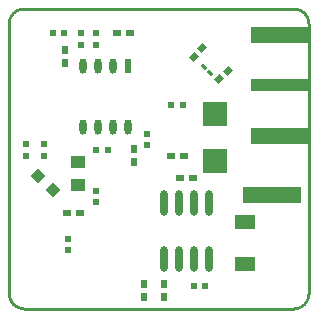
<source format=gtp>
G04 Layer_Color=8421504*
%FSLAX44Y44*%
%MOMM*%
G71*
G01*
G75*
%ADD10R,5.0000X1.4730*%
G04:AMPARAMS|DCode=11|XSize=0.5mm|YSize=0.6mm|CornerRadius=0mm|HoleSize=0mm|Usage=FLASHONLY|Rotation=315.000|XOffset=0mm|YOffset=0mm|HoleType=Round|Shape=Rectangle|*
%AMROTATEDRECTD11*
4,1,4,-0.3889,-0.0353,0.0353,0.3889,0.3889,0.0353,-0.0353,-0.3889,-0.3889,-0.0353,0.0*
%
%ADD11ROTATEDRECTD11*%

G04:AMPARAMS|DCode=12|XSize=0.3mm|YSize=0.5mm|CornerRadius=0mm|HoleSize=0mm|Usage=FLASHONLY|Rotation=45.000|XOffset=0mm|YOffset=0mm|HoleType=Round|Shape=Rectangle|*
%AMROTATEDRECTD12*
4,1,4,0.0707,-0.2828,-0.2828,0.0707,-0.0707,0.2828,0.2828,-0.0707,0.0707,-0.2828,0.0*
%
%ADD12ROTATEDRECTD12*%

%ADD13R,0.5000X0.6000*%
%ADD14R,2.0000X2.0000*%
%ADD15R,5.0000X1.0000*%
%ADD16R,5.0000X1.4000*%
%ADD17R,1.8000X1.2000*%
%ADD18R,0.6000X0.8000*%
%ADD19R,0.6000X0.5000*%
%ADD20R,0.8000X0.6000*%
%ADD21R,1.3000X1.0500*%
%ADD22O,0.6000X2.2000*%
%ADD23R,0.6000X1.3000*%
%ADD24O,0.6000X1.3000*%
G04:AMPARAMS|DCode=25|XSize=0.95mm|YSize=0.9mm|CornerRadius=0mm|HoleSize=0mm|Usage=FLASHONLY|Rotation=45.000|XOffset=0mm|YOffset=0mm|HoleType=Round|Shape=Rectangle|*
%AMROTATEDRECTD25*
4,1,4,-0.0177,-0.6541,-0.6541,-0.0177,0.0177,0.6541,0.6541,0.0177,-0.0177,-0.6541,0.0*
%
%ADD25ROTATEDRECTD25*%

%ADD29C,0.2540*%
D10*
X222250Y96520D02*
D03*
D11*
X178074Y194584D02*
D03*
X185146Y201656D02*
D03*
X156484Y213634D02*
D03*
X163556Y220706D02*
D03*
D12*
X165165Y204405D02*
D03*
X170115Y199455D02*
D03*
D13*
X116840Y138510D02*
D03*
Y148510D02*
D03*
X49530Y49610D02*
D03*
Y59610D02*
D03*
X60960Y223600D02*
D03*
Y233600D02*
D03*
X73660Y223600D02*
D03*
Y233600D02*
D03*
Y100250D02*
D03*
Y90250D02*
D03*
X13970Y129620D02*
D03*
Y139620D02*
D03*
X29210Y129620D02*
D03*
Y139620D02*
D03*
D14*
X173990Y124990D02*
D03*
Y164990D02*
D03*
D15*
X229000Y189230D02*
D03*
D16*
Y231730D02*
D03*
Y146730D02*
D03*
D17*
X199390Y38380D02*
D03*
Y73380D02*
D03*
D18*
X114300Y20740D02*
D03*
Y9740D02*
D03*
X105410Y124040D02*
D03*
Y135040D02*
D03*
X46990Y207860D02*
D03*
Y218860D02*
D03*
X130810Y9740D02*
D03*
Y20740D02*
D03*
D19*
X166290Y19050D02*
D03*
X156290D02*
D03*
X137240Y172720D02*
D03*
X147240D02*
D03*
X83740Y134620D02*
D03*
X73740D02*
D03*
X46910Y233680D02*
D03*
X36910D02*
D03*
D20*
X155360Y110490D02*
D03*
X144360D02*
D03*
X60110Y81280D02*
D03*
X49110D02*
D03*
X147740Y129540D02*
D03*
X136740D02*
D03*
X102020Y233680D02*
D03*
X91020D02*
D03*
D21*
X58420Y124050D02*
D03*
Y104550D02*
D03*
D22*
X168910Y90040D02*
D03*
X156210D02*
D03*
X143510D02*
D03*
X130810D02*
D03*
X168910Y42040D02*
D03*
X156210D02*
D03*
X143510D02*
D03*
X130810D02*
D03*
D23*
X100330Y205670D02*
D03*
D24*
X87630D02*
D03*
X74930D02*
D03*
X62230D02*
D03*
X100330Y153670D02*
D03*
X87630Y153670D02*
D03*
X74930Y153670D02*
D03*
X62230Y153670D02*
D03*
D25*
X36830Y100330D02*
D03*
X24809Y112351D02*
D03*
D29*
X12700Y254000D02*
G03*
X0Y241300I0J-12700D01*
G01*
X254000D02*
G03*
X241300Y254000I-12700J0D01*
G01*
Y0D02*
G03*
X254000Y12700I0J12700D01*
G01*
X0D02*
G03*
X12700Y0I12700J0D01*
G01*
X0Y130810D02*
Y241300D01*
X12700Y254000D02*
X241300D01*
X254000Y12700D02*
Y241300D01*
X12700Y0D02*
X241300D01*
X0Y12700D02*
Y132080D01*
M02*

</source>
